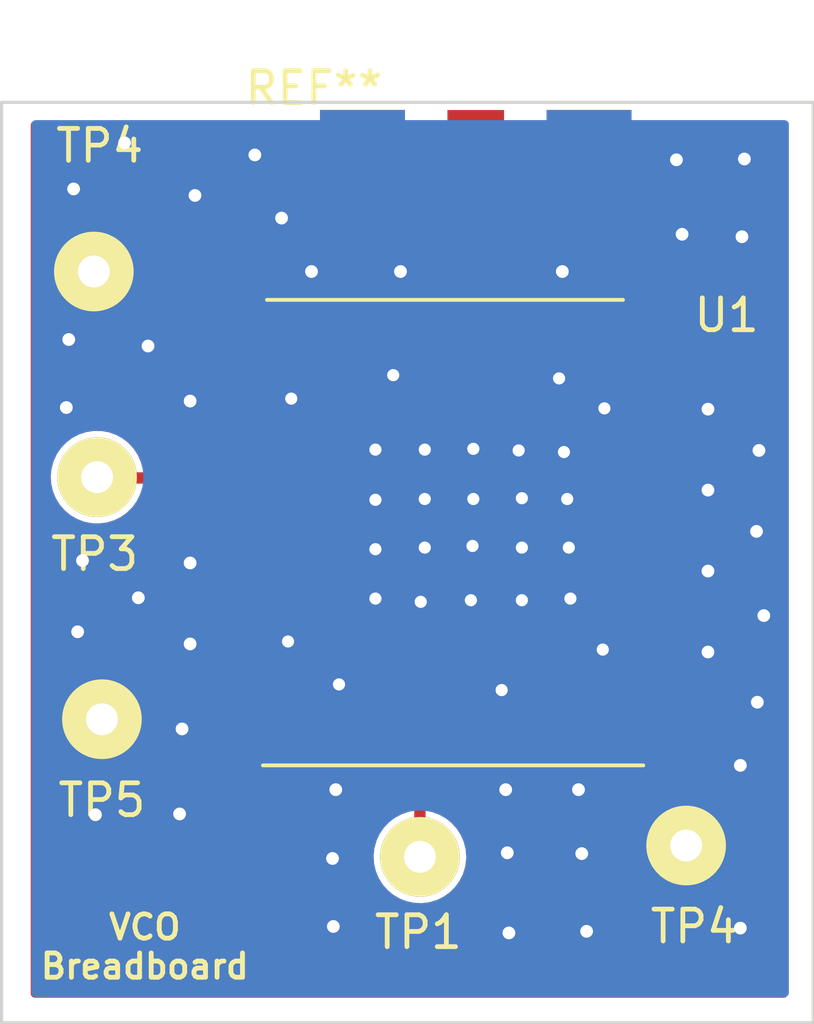
<source format=kicad_pcb>
(kicad_pcb (version 20211014) (generator pcbnew)
  (layers (0 "F.Cu" signal) (31 "B.Cu" signal) (34 "B.Paste" user) (35 "F.Paste" user) (36 "B.SilkS" user "B.Silkscreen") (37 "F.SilkS" user "F.Silkscreen") (38 "B.Mask" user) (39 "F.Mask" user) (44 "Edge.Cuts" user))
  (net 0 "")
  (net 1 "Vtune")
  (net 2 "RF_Out")
  (net 3 "+5V")
  (net 4 "GND")
  (footprint "VCO:SolderWirePad_single_1mmDrill" (layer "F.Cu") (at 109.8804 84.836)
    (fp_text reference "TP4" (at 2.34134 0.37284 unlocked) (layer "F.SilkS"))
    (fp_text value "GND")
    (pad "1" thru_hole circle (at 2.159 4.318) (size 2.49936 2.49936) (drill 1.00076) (layers *.Mask "F.Cu" "In1.Cu" "B.Cu" "F.SilkS") (net 4 "GND"))
  )
  (footprint "VCO:SolderWirePad_single_1mmDrill" (layer "F.Cu") (at 110.1344 98.8822)
    (fp_text reference "TP5" (at 2.159 6.858 unlocked) (layer "F.SilkS"))
    (fp_text value "GND")
    (pad "1" thru_hole circle (at 2.159 4.318) (size 2.49936 2.49936) (drill 1.00076) (layers *.Mask "F.Cu" "In1.Cu" "B.Cu" "F.SilkS") (net 4 "GND"))
  )
  (footprint "VCO:SolderWirePad_single_1mmDrill" (layer "F.Cu") (at 120.1166 103.2002)
    (fp_text reference "TP1" (at 2.1082 6.6802 unlocked) (layer "F.SilkS"))
    (fp_text value "Vtune")
    (pad "1" thru_hole circle (at 2.159 4.318) (size 2.49936 2.49936) (drill 1.00076) (layers *.Mask "F.Cu" "In1.Cu" "B.Cu" "F.SilkS") (net 1 "Vtune"))
  )
  (footprint "VCO:SolderWirePad_single_1mmDrill" (layer "F.Cu") (at 109.982 91.2876)
    (fp_text reference "TP3" (at 2.0828 6.731 unlocked) (layer "F.SilkS"))
    (fp_text value "+5V")
    (pad "1" thru_hole circle (at 2.159 4.318) (size 2.49936 2.49936) (drill 1.00076) (layers *.Mask "F.Cu" "In1.Cu" "B.Cu" "F.SilkS") (net 3 "+5V"))
  )
  (footprint "VCO:MINI-16-SM" (layer "F.Cu") (at 116.84 90.932)
    (fp_text reference "U1" (at 15.0622 -0.4064 unlocked) (layer "F.SilkS"))
    (fp_text value "VCO")
    (fp_line (start 0.635 -0.889) (end 11.811 -0.889) (layer "F.SilkS") (width 0.12))
    (fp_line (start 0.508 13.716) (end 12.446 13.716) (layer "F.SilkS") (width 0.12))
    (pad "1" smd circle (at 5.461 12.7) (size 1.524 1.524) (layers "F.Cu" "F.Paste" "F.Mask") (net 1 "Vtune"))
    (pad "2" smd circle (at 7.239 0) (size 1.524 1.524) (layers "F.Cu" "F.Paste" "F.Mask") (net 2 "RF_Out"))
    (pad "3" smd circle (at 0 4.699) (size 1.524 1.524) (layers "F.Cu" "F.Paste" "F.Mask") (net 3 "+5V"))
    (pad "GND" smd circle (at 12.7 2.413) (size 1.524 1.524) (layers "F.Cu" "F.Paste" "F.Mask") (net 4 "GND"))
    (pad "GND" smd circle (at 2.159 0) (size 1.524 1.524) (layers "F.Cu" "F.Paste" "F.Mask") (net 4 "GND"))
    (pad "GND" smd circle (at 0 2.159) (size 1.524 1.524) (layers "F.Cu" "F.Paste" "F.Mask") (net 4 "GND"))
    (pad "GND" smd custom (at 1.524 1.524) (size 1.524 1.524) (layers "F.Cu" "F.Paste" "F.Mask") (net 4 "GND") (options (clearance outline) (anchor rect)) (primitives (gr_poly (pts (xy -0.7112 -0.7112) (xy 3.7592 -0.7112) (xy 3.7592 1.2192) (xy 7.6708 1.2192) (xy 7.6708 -0.7112) (xy 10.3632 -0.7112) (xy 10.3632 10.414) (xy 5.8928 10.414) (xy 5.8928 8.382) (xy 1.9812 8.382) (xy 1.9812 10.414) (xy -0.7112 10.414) (xy -0.7112 5.1308) (xy 1.27 5.1308) (xy 1.27 1.2192) (xy -0.7112 1.2192) (xy -0.7112 0.254)) (width 0.2) (fill yes))))
    (pad "GND" smd circle (at 9.779 0) (size 1.524 1.524) (layers "F.Cu" "F.Paste" "F.Mask") (net 4 "GND"))
    (pad "GND" smd circle (at 12.7 7.493) (size 1.524 1.524) (layers "F.Cu" "F.Paste" "F.Mask") (net 4 "GND"))
    (pad "GND" smd circle (at 0 9.779) (size 1.524 1.524) (layers "F.Cu" "F.Paste" "F.Mask") (net 4 "GND"))
    (pad "GND" smd circle (at 12.7 4.953) (size 1.524 1.524) (layers "F.Cu" "F.Paste" "F.Mask") (net 4 "GND"))
    (pad "GND" smd circle (at 10.541 12.7) (size 1.524 1.524) (layers "F.Cu" "F.Paste" "F.Mask") (net 4 "GND"))
    (pad "GND" smd circle (at 8.001 12.7) (size 1.524 1.524) (layers "F.Cu" "F.Paste" "F.Mask") (net 4 "GND"))
    (pad "GND" smd circle (at 4.699 0) (size 1.524 1.524) (layers "F.Cu" "F.Paste" "F.Mask") (net 4 "GND"))
    (pad "GND" smd circle (at 12.7 10.033) (size 1.524 1.524) (layers "F.Cu" "F.Paste" "F.Mask") (net 4 "GND"))
    (pad "GND" smd circle (at 0 7.239) (size 1.524 1.524) (layers "F.Cu" "F.Paste" "F.Mask") (net 4 "GND"))
    (pad "GND" smd circle (at 2.921 12.7) (size 1.524 1.524) (layers "F.Cu" "F.Paste" "F.Mask") (net 4 "GND"))
  )
  (footprint "VCO:SMA Molex 0732512120" (layer "F.Cu") (at 118.9482 83.8962)
    (fp_text reference "REF**" (at 0 -0.5 unlocked) (layer "F.SilkS"))
    (fp_text value "SMA Molex 0732512120")
    (pad "1" smd rect (at 5.08 2.286) (size 1.778 4.191) (layers "F.Cu" "F.Paste" "F.Mask"))
    (pad "2" smd rect (at 1.524 2.286) (size 2.667 4.191) (layers "F.Cu" "F.Paste" "F.Mask"))
    (pad "3" smd rect (at 8.636 2.286) (size 2.667 4.191) (layers "F.Cu" "F.Paste" "F.Mask"))
    (pad "4" smd rect (at 8.636 2.286) (size 2.667 4.191) (layers "B.Cu" "F.Paste" "F.Mask"))
    (pad "5" smd rect (at 1.524 2.286) (size 2.667 4.191) (layers "B.Cu" "F.Paste" "F.Mask"))
  )
  (footprint "VCO:SolderWirePad_single_1mmDrill" (layer "F.Cu") (at 128.4732 102.8446)
    (fp_text reference "TP4" (at 2.413 6.858 unlocked) (layer "F.SilkS"))
    (fp_text value "GND")
    (pad "1" thru_hole circle (at 2.159 4.318) (size 2.49936 2.49936) (drill 1.00076) (layers *.Mask "F.Cu" "In1.Cu" "B.Cu" "F.SilkS") (net 4 "GND"))
  )
  (gr_rect (start 134.62 83.8454) (end 109.1438 112.7252) (layer "Edge.Cuts") (width 0.1) (fill none))
  (gr_text "VCO\nBreadboard" (at 113.6396 110.3376) (layer "F.SilkS") (effects (font (size 0.762 0.762) (thickness 0.1524))))
  (segment (start 122.2756 107.5182) (end 122.2756 103.6574) (width 0.3556) (layer "F.Cu") (net 1))
  (segment (start 122.2756 103.6574) (end 122.301 103.632) (width 0.25) (layer "F.Cu") (net 1))
  (segment (start 124.079 90.932) (end 124.079 86.2076) (width 1.143) (layer "F.Cu") (net 2))
  (segment (start 116.84 95.631) (end 112.1664 95.631) (width 0.3556) (layer "F.Cu") (net 3))
  (segment (start 112.1664 95.631) (end 112.141 95.6056) (width 0.25) (layer "F.Cu") (net 3))
  (segment (start 118.999 90.932) (end 118.999 89.281) (width 0.3556) (layer "F.Cu") (net 4))
  (segment (start 127.381 105.283) (end 127.254 105.41) (width 0.25) (layer "F.Cu") (net 4))
  (segment (start 119.761 103.632) (end 119.761 105.283) (width 0.3556) (layer "F.Cu") (net 4))
  (segment (start 121.539 89.281) (end 121.666 89.154) (width 0.25) (layer "F.Cu") (net 4))
  (segment (start 129.54 95.885) (end 131.191 95.885) (width 0.3556) (layer "F.Cu") (net 4))
  (segment (start 127.381 103.632) (end 127.381 105.283) (width 0.3556) (layer "F.Cu") (net 4))
  (segment (start 116.84 98.171) (end 115.189 98.171) (width 0.3556) (layer "F.Cu") (net 4))
  (segment (start 124.841 105.283) (end 124.968 105.41) (width 0.25) (layer "F.Cu") (net 4))
  (segment (start 124.841 103.632) (end 124.841 105.283) (width 0.3556) (layer "F.Cu") (net 4))
  (segment (start 116.84 93.091) (end 115.189 93.091) (width 0.3556) (layer "F.Cu") (net 4))
  (segment (start 115.189 93.091) (end 115.062 93.218) (width 0.25) (layer "F.Cu") (net 4))
  (segment (start 131.191 95.885) (end 131.318 96.012) (width 0.25) (layer "F.Cu") (net 4))
  (segment (start 118.999 89.281) (end 118.872 89.154) (width 0.25) (layer "F.Cu") (net 4))
  (segment (start 115.189 100.711) (end 115.062 100.838) (width 0.25) (layer "F.Cu") (net 4))
  (segment (start 126.746 90.805) (end 126.619 90.932) (width 0.25) (layer "F.Cu") (net 4))
  (segment (start 119.761 105.283) (end 119.634 105.41) (width 0.25) (layer "F.Cu") (net 4))
  (segment (start 129.667 93.472) (end 129.54 93.345) (width 0.25) (layer "F.Cu") (net 4))
  (segment (start 129.54 98.425) (end 131.191 98.425) (width 0.3556) (layer "F.Cu") (net 4))
  (segment (start 126.746 89.154) (end 126.746 90.805) (width 0.25) (layer "F.Cu") (net 4))
  (segment (start 121.539 90.932) (end 121.539 89.281) (width 0.3556) (layer "F.Cu") (net 4))
  (segment (start 129.54 100.965) (end 131.191 100.965) (width 0.3556) (layer "F.Cu") (net 4))
  (segment (start 115.189 98.171) (end 115.062 98.298) (width 0.25) (layer "F.Cu") (net 4))
  (segment (start 131.191 100.965) (end 131.318 101.092) (width 0.25) (layer "F.Cu") (net 4))
  (segment (start 116.84 100.711) (end 115.189 100.711) (width 0.3556) (layer "F.Cu") (net 4))
  (segment (start 131.318 93.472) (end 129.667 93.472) (width 0.25) (layer "F.Cu") (net 4))
  (segment (start 131.191 98.425) (end 131.318 98.552) (width 0.25) (layer "F.Cu") (net 4))
  (via (at 132.842 97.3074) (size 0.8) (drill 0.4) (layers "F.Cu" "B.Cu") (net 4))
  (via (at 123.952 94.7166) (size 0.762) (drill 0.381) (layers "F.Cu" "B.Cu") (net 4))
  (via (at 124.841 102.2858) (size 0.762) (drill 0.381) (layers "F.Cu" "B.Cu") (net 4))
  (via (at 124.968 105.41) (size 0.8) (drill 0.4) (layers "F.Cu" "B.Cu") (net 4))
  (via (at 111.4044 86.5632) (size 0.8) (drill 0.4) (layers "F.Cu" "B.Cu") (net 4))
  (via (at 132.334 109.7534) (size 0.8) (drill 0.4) (layers "F.Cu" "B.Cu") (net 4))
  (via (at 131.318 93.472) (size 0.8) (drill 0.4) (layers "F.Cu" "B.Cu") (net 4))
  (via (at 117.9322 87.4776) (size 0.8) (drill 0.4) (layers "F.Cu" "B.Cu") (net 4))
  (via (at 112.0902 106.1974) (size 0.8) (drill 0.4) (layers "F.Cu" "B.Cu") (net 4))
  (via (at 119.5324 107.569) (size 0.8) (drill 0.4) (layers "F.Cu" "B.Cu") (net 4))
  (via (at 119.7356 102.108) (size 0.762) (drill 0.381) (layers "F.Cu" "B.Cu") (net 4))
  (via (at 127.254 105.41) (size 0.8) (drill 0.4) (layers "F.Cu" "B.Cu") (net 4))
  (via (at 126.746 89.154) (size 0.8) (drill 0.4) (layers "F.Cu" "B.Cu") (net 4))
  (via (at 115.2144 86.7664) (size 0.8) (drill 0.4) (layers "F.Cu" "B.Cu") (net 4))
  (via (at 114.808 103.505) (size 0.8) (drill 0.4) (layers "F.Cu" "B.Cu") (net 4))
  (via (at 122.301 99.5172) (size 0.762) (drill 0.381) (layers "F.Cu" "B.Cu") (net 4))
  (via (at 122.428 97.8154) (size 0.762) (drill 0.381) (layers "F.Cu" "B.Cu") (net 4))
  (via (at 114.7318 106.172) (size 0.8) (drill 0.4) (layers "F.Cu" "B.Cu") (net 4))
  (via (at 122.428 94.742) (size 0.762) (drill 0.381) (layers "F.Cu" "B.Cu") (net 4))
  (via (at 127 99.4156) (size 0.762) (drill 0.381) (layers "F.Cu" "B.Cu") (net 4))
  (via (at 132.461 85.6234) (size 0.8) (drill 0.4) (layers "F.Cu" "B.Cu") (net 4))
  (via (at 120.8786 99.4156) (size 0.762) (drill 0.381) (layers "F.Cu" "B.Cu") (net 4))
  (via (at 128.016 101.0158) (size 0.762) (drill 0.381) (layers "F.Cu" "B.Cu") (net 4))
  (via (at 113.0046 85.1154) (size 0.8) (drill 0.4) (layers "F.Cu" "B.Cu") (net 4))
  (via (at 131.318 98.552) (size 0.8) (drill 0.4) (layers "F.Cu" "B.Cu") (net 4))
  (via (at 115.062 93.218) (size 0.8) (drill 0.4) (layers "F.Cu" "B.Cu") (net 4))
  (via (at 120.8786 97.8662) (size 0.762) (drill 0.381) (layers "F.Cu" "B.Cu") (net 4))
  (via (at 131.318 96.012) (size 0.8) (drill 0.4) (layers "F.Cu" "B.Cu") (net 4))
  (via (at 123.8758 99.4664) (size 0.762) (drill 0.381) (layers "F.Cu" "B.Cu") (net 4))
  (via (at 123.952 96.2914) (size 0.762) (drill 0.381) (layers "F.Cu" "B.Cu") (net 4))
  (via (at 130.5052 87.9856) (size 0.8) (drill 0.4) (layers "F.Cu" "B.Cu") (net 4))
  (via (at 132.8674 102.6668) (size 0.8) (drill 0.4) (layers "F.Cu" "B.Cu") (net 4))
  (via (at 126.8984 96.2914) (size 0.762) (drill 0.381) (layers "F.Cu" "B.Cu") (net 4))
  (via (at 125.476 97.8154) (size 0.762) (drill 0.381) (layers "F.Cu" "B.Cu") (net 4))
  (via (at 126.6444 92.5068) (size 0.762) (drill 0.381) (layers "F.Cu" "B.Cu") (net 4))
  (via (at 117.094 85.4964) (size 0.8) (drill 0.4) (layers "F.Cu" "B.Cu") (net 4))
  (via (at 133.0706 99.949) (size 0.8) (drill 0.4) (layers "F.Cu" "B.Cu") (net 4))
  (via (at 111.6838 98.2218) (size 0.8) (drill 0.4) (layers "F.Cu" "B.Cu") (net 4))
  (via (at 128.0668 93.4466) (size 0.762) (drill 0.381) (layers "F.Cu" "B.Cu") (net 4))
  (via (at 121.4374 92.4052) (size 0.762) (drill 0.381) (layers "F.Cu" "B.Cu") (net 4))
  (via (at 119.5578 109.7026) (size 0.8) (drill 0.4) (layers "F.Cu" "B.Cu") (net 4))
  (via (at 125.3744 94.7674) (size 0.762) (drill 0.381) (layers "F.Cu" "B.Cu") (net 4))
  (via (at 120.8786 94.742) (size 0.762) (drill 0.381) (layers "F.Cu" "B.Cu") (net 4))
  (via (at 132.3848 88.0618) (size 0.8) (drill 0.4) (layers "F.Cu" "B.Cu") (net 4))
  (via (at 121.666 89.154) (size 0.8) (drill 0.4) (layers "F.Cu" "B.Cu") (net 4))
  (via (at 111.252 91.2876) (size 0.8) (drill 0.4) (layers "F.Cu" "B.Cu") (net 4))
  (via (at 125.0188 107.3912) (size 0.8) (drill 0.4) (layers "F.Cu" "B.Cu") (net 4))
  (via (at 123.9266 97.7646) (size 0.762) (drill 0.381) (layers "F.Cu" "B.Cu") (net 4))
  (via (at 122.428 96.2914) (size 0.762) (drill 0.381) (layers "F.Cu" "B.Cu") (net 4))
  (via (at 125.476 99.4664) (size 0.762) (drill 0.381) (layers "F.Cu" "B.Cu") (net 4))
  (via (at 118.237 93.1418) (size 0.762) (drill 0.381) (layers "F.Cu" "B.Cu") (net 4))
  (via (at 118.872 89.154) (size 0.8) (drill 0.4) (layers "F.Cu" "B.Cu") (net 4))
  (via (at 130.3274 85.6488) (size 0.8) (drill 0.4) (layers "F.Cu" "B.Cu") (net 4))
  (via (at 126.9492 97.8154) (size 0.762) (drill 0.381) (layers "F.Cu" "B.Cu") (net 4))
  (via (at 125.0696 109.9058) (size 0.8) (drill 0.4) (layers "F.Cu" "B.Cu") (net 4))
  (via (at 111.5314 100.457) (size 0.8) (drill 0.4) (layers "F.Cu" "B.Cu") (net 4))
  (via (at 127.508 109.855) (size 0.8) (drill 0.4) (layers "F.Cu" "B.Cu") (net 4))
  (via (at 131.318 101.092) (size 0.8) (drill 0.4) (layers "F.Cu" "B.Cu") (net 4))
  (via (at 113.4364 99.3902) (size 0.8) (drill 0.4) (layers "F.Cu" "B.Cu") (net 4))
  (via (at 132.9182 94.7674) (size 0.8) (drill 0.4) (layers "F.Cu" "B.Cu") (net 4))
  (via (at 115.062 98.298) (size 0.8) (drill 0.4) (layers "F.Cu" "B.Cu") (net 4))
  (via (at 132.334 104.648) (size 0.8) (drill 0.4) (layers "F.Cu" "B.Cu") (net 4))
  (via (at 119.634 105.41) (size 0.8) (drill 0.4) (layers "F.Cu" "B.Cu") (net 4))
  (via (at 126.7968 94.8182) (size 0.762) (drill 0.381) (layers "F.Cu" "B.Cu") (net 4))
  (via (at 118.1354 100.7618) (size 0.762) (drill 0.381) (layers "F.Cu" "B.Cu") (net 4))
  (via (at 120.8786 96.3168) (size 0.762) (drill 0.381) (layers "F.Cu" "B.Cu") (net 4))
  (via (at 115.062 100.838) (size 0.8) (drill 0.4) (layers "F.Cu" "B.Cu") (net 4))
  (via (at 127.3556 107.4166) (size 0.8) (drill 0.4) (layers "F.Cu" "B.Cu") (net 4))
  (via (at 125.476 96.266) (size 0.762) (drill 0.381) (layers "F.Cu" "B.Cu") (net 4))
  (via (at 111.1758 93.4212) (size 0.8) (drill 0.4) (layers "F.Cu" "B.Cu") (net 4))
  (via (at 113.7412 91.4908) (size 0.8) (drill 0.4) (layers "F.Cu" "B.Cu") (net 4))
  (segment (start 131.318 101.346) (end 131.318 101.092) (width 0.25) (layer "B.Cu") (net 4))
  (segment (start 131.318 98.552) (end 131.318 96.012) (width 0.3556) (layer "B.Cu") (net 4))
  (segment (start 131.318 101.092) (end 131.318 98.552) (width 0.3556) (layer "B.Cu") (net 4))
  (segment (start 114.6556 100.838) (end 115.062 100.838) (width 0.3556) (layer "B.Cu") (net 4))
  (segment (start 115.062 100.838) (end 119.634 105.41) (width 0.3556) (layer "B.Cu") (net 4))
  (segment (start 130.6322 107.1626) (end 128.8796 105.41) (width 0.3556) (layer "B.Cu") (net 4))
  (segment (start 115.062 98.298) (end 115.062 100.838) (width 0.3556) (layer "B.Cu") (net 4))
  (segment (start 121.666 89.154) (end 118.872 89.154) (width 0.3556) (layer "B.Cu") (net 4))
  (segment (start 126.746 89.154) (end 121.666 89.154) (width 0.3556) (layer "B.Cu") (net 4))
  (segment (start 112.2934 103.2002) (end 114.6556 100.838) (width 0.3556) (layer "B.Cu") (net 4))
  (segment (start 127.254 105.41) (end 131.318 101.346) (width 0.3556) (layer "B.Cu") (net 4))
  (segment (start 118.872 89.154) (end 115.062 92.964) (width 0.3556) (layer "B.Cu") (net 4))
  (segment (start 115.062 92.964) (end 115.062 93.218) (width 0.25) (layer "B.Cu") (net 4))
  (segment (start 131.318 96.012) (end 131.318 93.472) (width 0.3556) (layer "B.Cu") (net 4))
  (segment (start 124.968 105.41) (end 127.254 105.41) (width 0.3556) (layer "B.Cu") (net 4))
  (segment (start 112.0394 89.154) (end 118.872 89.154) (width 0.3556) (layer "B.Cu") (net 4))
  (segment (start 128.8796 105.41) (end 127.254 105.41) (width 0.3556) (layer "B.Cu") (net 4))
  (zone (net 4) (net_name "GND") (layer "F.Cu") (connect_pads yes (clearance 0.1778)) (min_thickness 0.254) (fill yes (thermal_gap 0.508) (thermal_bridge_width 0.508))
    (polygon (pts (xy 133.8326 111.9378) (xy 110.0582 111.9378) (xy 110.0582 84.4296) (xy 133.8326 84.4296)))
  )
  (zone (net 4) (net_name "GND") (layer "B.Cu") (connect_pads yes (clearance 0.1778)) (min_thickness 0.254) (fill yes (thermal_gap 0.508) (thermal_bridge_width 0.508))
    (polygon (pts (xy 133.858 111.9124) (xy 110.0836 111.9124) (xy 110.0836 84.4042) (xy 133.858 84.4042)))
  )
)
</source>
